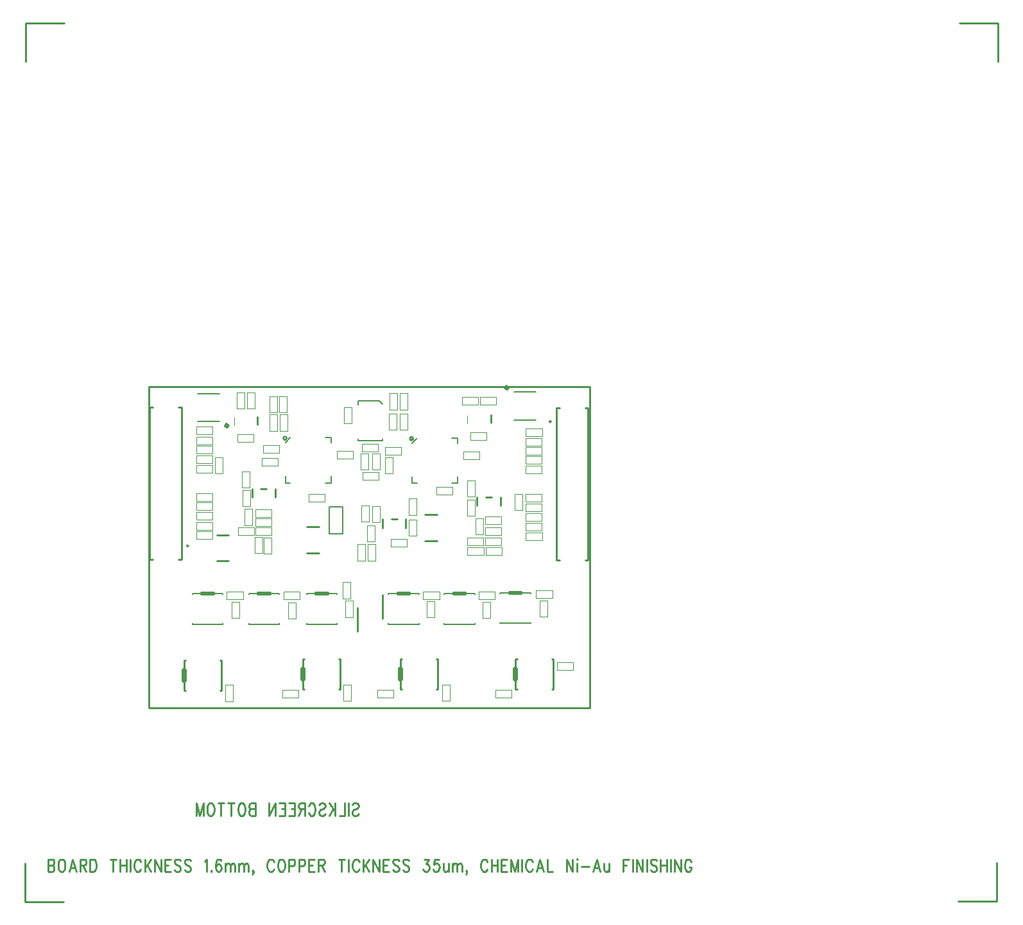
<source format=gbr>
*
*
G04 PADS Layout (Build Number 2007.21.1) generated Gerber (RS-274-X) file*
G04 PC Version=2.1*
*
%IN "2FOC-002.pcb"*%
*
%MOIN*%
*
%FSLAX35Y35*%
*
*
*
*
G04 PC Standard Apertures*
*
*
G04 Thermal Relief Aperture macro.*
%AMTER*
1,1,$1,0,0*
1,0,$1-$2,0,0*
21,0,$3,$4,0,0,45*
21,0,$3,$4,0,0,135*
%
*
*
G04 Annular Aperture macro.*
%AMANN*
1,1,$1,0,0*
1,0,$2,0,0*
%
*
*
G04 Odd Aperture macro.*
%AMODD*
1,1,$1,0,0*
1,0,$1-0.005,0,0*
%
*
*
G04 PC Custom Aperture Macros*
*
*
*
*
*
*
G04 PC Aperture Table*
*
%ADD010C,0.01*%
%ADD011C,0.004*%
%ADD013C,0.006*%
%ADD034C,0.025*%
%ADD070C,0.001*%
%ADD083C,0.00787*%
%ADD087C,0.01969*%
%ADD100C,0.00591*%
%ADD102C,0.0006*%
*
*
*
*
G04 PC Circuitry*
G04 Layer Name 2FOC-002.pcb - circuitry*
%LPD*%
*
*
G04 PC Custom Flashes*
G04 Layer Name 2FOC-002.pcb - flashes*
%LPD*%
*
*
G04 PC Circuitry*
G04 Layer Name 2FOC-002.pcb - circuitry*
%LPD*%
*
G54D10*
G01X1853102Y1562189D02*
X1846803D01*
X1853102Y1548803D02*
X1846803D01*
X1899803Y1566496D02*
X1893504D01*
X1899803Y1553110D02*
X1893504D01*
X1955118Y1559409D02*
X1961417D01*
X1955118Y1572795D02*
X1961417D01*
X1892378Y1482218D02*
X1891678D01*
Y1498018*
X1892378*
X1910378D02*
X1911078D01*
Y1482218*
X1910378*
X2002811D02*
X2002111D01*
Y1498018*
X2002811*
X2020811D02*
X2021511D01*
Y1482218*
X2020811*
X1830567Y1481628D02*
X1829867D01*
Y1497428*
X1830567*
X1848567D02*
X1849267D01*
Y1481628*
X1848567*
X1942969Y1482218D02*
X1942269D01*
Y1498018*
X1942969*
X1960969D02*
X1961669D01*
Y1482218*
X1960969*
X1883119Y1612559D02*
G75*
G03X1883119I-836J0D01*
G01X1948867Y1612362D02*
G03X1948867I-836J0D01*
G01X1868106Y1623524D02*
Y1619508D01*
X1989232Y1624598D02*
Y1620583D01*
X1933071Y1531260D02*
Y1519055D01*
X1920079Y1512362D02*
Y1524567D01*
X1945076Y1570468D02*
Y1566068D01*
X1940476Y1570468D02*
X1937476D01*
X1932876D02*
Y1566068D01*
X1877360Y1586216D02*
Y1581816D01*
X1872760Y1586216D02*
X1869760D01*
X1865160D02*
Y1581816D01*
X1994289Y1581885D02*
Y1577485D01*
X1989689Y1581885D02*
X1986689D01*
X1982089D02*
Y1577485D01*
X1832087Y1556654D02*
G03X1832087I-394J0D01*
G01X1813583Y1549567D02*
X1812008D01*
Y1628701*
X1813583*
X1826969D02*
X1828543D01*
Y1549567*
X1826969*
X2020472Y1621220D02*
G03X2020472I-393J0D01*
G01X2038189Y1628307D02*
X2039764D01*
Y1549173*
X2038189*
X2024803D02*
X2023228D01*
Y1628307*
X2024803*
X1917291Y1422318D02*
X1917745Y1422943D01*
X1918427Y1423255*
X1919336*
X1920018Y1422943*
X1920472Y1422318*
Y1421693*
X1920245Y1421068*
X1920018Y1420755*
X1919563Y1420443*
X1918200Y1419818*
X1917745Y1419505*
X1917518Y1419193*
X1917291Y1418568*
Y1417630*
X1917745Y1417005*
X1918427Y1416693*
X1919336*
X1920018Y1417005*
X1920472Y1417630*
X1915245Y1423255D02*
Y1416693D01*
X1913200Y1423255D02*
Y1416693D01*
X1910472*
X1908427Y1423255D02*
Y1416693D01*
X1905245Y1423255D02*
X1908427Y1418880D01*
X1907291Y1420443D02*
X1905245Y1416693D01*
X1900018Y1422318D02*
X1900472Y1422943D01*
X1901154Y1423255*
X1902063*
X1902745Y1422943*
X1903200Y1422318*
Y1421693*
X1902972Y1421068*
X1902745Y1420755*
X1902291Y1420443*
X1900927Y1419818*
X1900472Y1419505*
X1900245Y1419193*
X1900018Y1418568*
Y1417630*
X1900472Y1417005*
X1901154Y1416693*
X1902063*
X1902745Y1417005*
X1903200Y1417630*
X1894563Y1421693D02*
X1894791Y1422318D01*
X1895245Y1422943*
X1895700Y1423255*
X1896609*
X1897063Y1422943*
X1897518Y1422318*
X1897745Y1421693*
X1897972Y1420755*
Y1419193*
X1897745Y1418255*
X1897518Y1417630*
X1897063Y1417005*
X1896609Y1416693*
X1895700*
X1895245Y1417005*
X1894791Y1417630*
X1894563Y1418255*
X1892518Y1423255D02*
Y1416693D01*
Y1423255D02*
X1890472D01*
X1889791Y1422943*
X1889563Y1422630*
X1889336Y1422005*
Y1421380*
X1889563Y1420755*
X1889791Y1420443*
X1890472Y1420130*
X1892518*
X1890927D02*
X1889336Y1416693D01*
X1887291Y1423255D02*
Y1416693D01*
Y1423255D02*
X1884336D01*
X1887291Y1420130D02*
X1885472D01*
X1887291Y1416693D02*
X1884336D01*
X1882291Y1423255D02*
Y1416693D01*
Y1423255D02*
X1879336D01*
X1882291Y1420130D02*
X1880472D01*
X1882291Y1416693D02*
X1879336D01*
X1877291Y1423255D02*
Y1416693D01*
Y1423255D02*
X1874109Y1416693D01*
Y1423255D02*
Y1416693D01*
X1866836Y1423255D02*
Y1416693D01*
Y1423255D02*
X1864791D01*
X1864109Y1422943*
X1863882Y1422630*
X1863654Y1422005*
Y1421380*
X1863882Y1420755*
X1864109Y1420443*
X1864791Y1420130*
X1866836D02*
X1864791D01*
X1864109Y1419818*
X1863882Y1419505*
X1863654Y1418880*
Y1417943*
X1863882Y1417318*
X1864109Y1417005*
X1864791Y1416693*
X1866836*
X1860245Y1423255D02*
X1860700Y1422943D01*
X1861154Y1422318*
X1861382Y1421693*
X1861609Y1420755*
Y1419193*
X1861382Y1418255*
X1861154Y1417630*
X1860700Y1417005*
X1860245Y1416693*
X1859336*
X1858882Y1417005*
X1858427Y1417630*
X1858200Y1418255*
X1857972Y1419193*
Y1420755*
X1858200Y1421693*
X1858427Y1422318*
X1858882Y1422943*
X1859336Y1423255*
X1860245*
X1854336D02*
Y1416693D01*
X1855927Y1423255D02*
X1852745D01*
X1849109D02*
Y1416693D01*
X1850700Y1423255D02*
X1847518D01*
X1844109D02*
X1844563Y1422943D01*
X1845018Y1422318*
X1845245Y1421693*
X1845472Y1420755*
Y1419193*
X1845245Y1418255*
X1845018Y1417630*
X1844563Y1417005*
X1844109Y1416693*
X1843200*
X1842745Y1417005*
X1842291Y1417630*
X1842063Y1418255*
X1841836Y1419193*
Y1420755*
X1842063Y1421693*
X1842291Y1422318*
X1842745Y1422943*
X1843200Y1423255*
X1844109*
X1839791D02*
Y1416693D01*
Y1423255D02*
X1837972Y1416693D01*
X1836154Y1423255D02*
X1837972Y1416693D01*
X1836154Y1423255D02*
Y1416693D01*
X1759252Y1394122D02*
Y1387559D01*
Y1394122D02*
X1761297D01*
X1761979Y1393809*
X1762207Y1393497*
X1762434Y1392872*
Y1392247*
X1762207Y1391622*
X1761979Y1391309*
X1761297Y1390997*
X1759252D02*
X1761297D01*
X1761979Y1390684*
X1762207Y1390372*
X1762434Y1389747*
Y1388809*
X1762207Y1388184*
X1761979Y1387872*
X1761297Y1387559*
X1759252*
X1765843Y1394122D02*
X1765388Y1393809D01*
X1764934Y1393184*
X1764707Y1392559*
X1764479Y1391622*
Y1390059*
X1764707Y1389122*
X1764934Y1388497*
X1765388Y1387872*
X1765843Y1387559*
X1766752*
X1767207Y1387872*
X1767661Y1388497*
X1767888Y1389122*
X1768116Y1390059*
Y1391622*
X1767888Y1392559*
X1767661Y1393184*
X1767207Y1393809*
X1766752Y1394122*
X1765843*
X1771979D02*
X1770161Y1387559D01*
X1771979Y1394122D02*
X1773797Y1387559D01*
X1770843Y1389747D02*
X1773116D01*
X1775843Y1394122D02*
Y1387559D01*
Y1394122D02*
X1777888D01*
X1778570Y1393809*
X1778797Y1393497*
X1779025Y1392872*
Y1392247*
X1778797Y1391622*
X1778570Y1391309*
X1777888Y1390997*
X1775843*
X1777434D02*
X1779025Y1387559D01*
X1781070Y1394122D02*
Y1387559D01*
Y1394122D02*
X1782661D01*
X1783343Y1393809*
X1783797Y1393184*
X1784025Y1392559*
X1784252Y1391622*
Y1390059*
X1784025Y1389122*
X1783797Y1388497*
X1783343Y1387872*
X1782661Y1387559*
X1781070*
X1793116Y1394122D02*
Y1387559D01*
X1791525Y1394122D02*
X1794707D01*
X1796752D02*
Y1387559D01*
X1799934Y1394122D02*
Y1387559D01*
X1796752Y1390997D02*
X1799934D01*
X1801979Y1394122D02*
Y1387559D01*
X1807434Y1392559D02*
X1807207Y1393184D01*
X1806752Y1393809*
X1806297Y1394122*
X1805388*
X1804934Y1393809*
X1804479Y1393184*
X1804252Y1392559*
X1804025Y1391622*
Y1390059*
X1804252Y1389122*
X1804479Y1388497*
X1804934Y1387872*
X1805388Y1387559*
X1806297*
X1806752Y1387872*
X1807207Y1388497*
X1807434Y1389122*
X1809479Y1394122D02*
Y1387559D01*
X1812661Y1394122D02*
X1809479Y1389747D01*
X1810616Y1391309D02*
X1812661Y1387559D01*
X1814707Y1394122D02*
Y1387559D01*
Y1394122D02*
X1817888Y1387559D01*
Y1394122D02*
Y1387559D01*
X1819934Y1394122D02*
Y1387559D01*
Y1394122D02*
X1822888D01*
X1819934Y1390997D02*
X1821752D01*
X1819934Y1387559D02*
X1822888D01*
X1828116Y1393184D02*
X1827661Y1393809D01*
X1826979Y1394122*
X1826070*
X1825388Y1393809*
X1824934Y1393184*
Y1392559*
X1825161Y1391934*
X1825388Y1391622*
X1825843Y1391309*
X1827207Y1390684*
X1827661Y1390372*
X1827888Y1390059*
X1828116Y1389434*
Y1388497*
X1827661Y1387872*
X1826979Y1387559*
X1826070*
X1825388Y1387872*
X1824934Y1388497*
X1833343Y1393184D02*
X1832888Y1393809D01*
X1832207Y1394122*
X1831297*
X1830616Y1393809*
X1830161Y1393184*
Y1392559*
X1830388Y1391934*
X1830616Y1391622*
X1831070Y1391309*
X1832434Y1390684*
X1832888Y1390372*
X1833116Y1390059*
X1833343Y1389434*
Y1388497*
X1832888Y1387872*
X1832207Y1387559*
X1831297*
X1830616Y1387872*
X1830161Y1388497*
X1840616Y1392872D02*
X1841070Y1393184D01*
X1841752Y1394122*
Y1387559*
X1844025Y1388184D02*
X1843797Y1387872D01*
X1844025Y1387559*
X1844252Y1387872*
X1844025Y1388184*
X1849025Y1393184D02*
X1848797Y1393809D01*
X1848116Y1394122*
X1847661*
X1846979Y1393809*
X1846525Y1392872*
X1846297Y1391309*
Y1389747*
X1846525Y1388497*
X1846979Y1387872*
X1847661Y1387559*
X1847888*
X1848570Y1387872*
X1849025Y1388497*
X1849252Y1389434*
Y1389747*
X1849025Y1390684*
X1848570Y1391309*
X1847888Y1391622*
X1847661*
X1846979Y1391309*
X1846525Y1390684*
X1846297Y1389747*
X1851297Y1391934D02*
Y1387559D01*
Y1390684D02*
X1851979Y1391622D01*
X1852434Y1391934*
X1853116*
X1853570Y1391622*
X1853797Y1390684*
Y1387559*
Y1390684D02*
X1854479Y1391622D01*
X1854934Y1391934*
X1855616*
X1856070Y1391622*
X1856297Y1390684*
Y1387559*
X1858343Y1391934D02*
Y1387559D01*
Y1390684D02*
X1859025Y1391622D01*
X1859479Y1391934*
X1860161*
X1860616Y1391622*
X1860843Y1390684*
Y1387559*
Y1390684D02*
X1861525Y1391622D01*
X1861979Y1391934*
X1862661*
X1863116Y1391622*
X1863343Y1390684*
Y1387559*
X1865843Y1387872D02*
X1865616Y1387559D01*
X1865388Y1387872*
X1865616Y1388184*
X1865843Y1387872*
Y1387247*
X1865616Y1386622*
X1865388Y1386309*
X1876525Y1392559D02*
X1876297Y1393184D01*
X1875843Y1393809*
X1875388Y1394122*
X1874479*
X1874025Y1393809*
X1873570Y1393184*
X1873343Y1392559*
X1873116Y1391622*
Y1390059*
X1873343Y1389122*
X1873570Y1388497*
X1874025Y1387872*
X1874479Y1387559*
X1875388*
X1875843Y1387872*
X1876297Y1388497*
X1876525Y1389122*
X1879934Y1394122D02*
X1879479Y1393809D01*
X1879025Y1393184*
X1878797Y1392559*
X1878570Y1391622*
Y1390059*
X1878797Y1389122*
X1879025Y1388497*
X1879479Y1387872*
X1879934Y1387559*
X1880843*
X1881297Y1387872*
X1881752Y1388497*
X1881979Y1389122*
X1882207Y1390059*
Y1391622*
X1881979Y1392559*
X1881752Y1393184*
X1881297Y1393809*
X1880843Y1394122*
X1879934*
X1884252D02*
Y1387559D01*
Y1394122D02*
X1886297D01*
X1886979Y1393809*
X1887207Y1393497*
X1887434Y1392872*
Y1391934*
X1887207Y1391309*
X1886979Y1390997*
X1886297Y1390684*
X1884252*
X1889479Y1394122D02*
Y1387559D01*
Y1394122D02*
X1891525D01*
X1892207Y1393809*
X1892434Y1393497*
X1892661Y1392872*
Y1391934*
X1892434Y1391309*
X1892207Y1390997*
X1891525Y1390684*
X1889479*
X1894707Y1394122D02*
Y1387559D01*
Y1394122D02*
X1897661D01*
X1894707Y1390997D02*
X1896525D01*
X1894707Y1387559D02*
X1897661D01*
X1899707Y1394122D02*
Y1387559D01*
Y1394122D02*
X1901752D01*
X1902434Y1393809*
X1902661Y1393497*
X1902888Y1392872*
Y1392247*
X1902661Y1391622*
X1902434Y1391309*
X1901752Y1390997*
X1899707*
X1901297D02*
X1902888Y1387559D01*
X1911752Y1394122D02*
Y1387559D01*
X1910161Y1394122D02*
X1913343D01*
X1915388D02*
Y1387559D01*
X1920843Y1392559D02*
X1920616Y1393184D01*
X1920161Y1393809*
X1919707Y1394122*
X1918797*
X1918343Y1393809*
X1917888Y1393184*
X1917661Y1392559*
X1917434Y1391622*
Y1390059*
X1917661Y1389122*
X1917888Y1388497*
X1918343Y1387872*
X1918797Y1387559*
X1919707*
X1920161Y1387872*
X1920616Y1388497*
X1920843Y1389122*
X1922888Y1394122D02*
Y1387559D01*
X1926070Y1394122D02*
X1922888Y1389747D01*
X1924025Y1391309D02*
X1926070Y1387559D01*
X1928116Y1394122D02*
Y1387559D01*
Y1394122D02*
X1931297Y1387559D01*
Y1394122D02*
Y1387559D01*
X1933343Y1394122D02*
Y1387559D01*
Y1394122D02*
X1936297D01*
X1933343Y1390997D02*
X1935161D01*
X1933343Y1387559D02*
X1936297D01*
X1941525Y1393184D02*
X1941070Y1393809D01*
X1940388Y1394122*
X1939479*
X1938797Y1393809*
X1938343Y1393184*
Y1392559*
X1938570Y1391934*
X1938797Y1391622*
X1939252Y1391309*
X1940616Y1390684*
X1941070Y1390372*
X1941297Y1390059*
X1941525Y1389434*
Y1388497*
X1941070Y1387872*
X1940388Y1387559*
X1939479*
X1938797Y1387872*
X1938343Y1388497*
X1946752Y1393184D02*
X1946297Y1393809D01*
X1945616Y1394122*
X1944707*
X1944025Y1393809*
X1943570Y1393184*
Y1392559*
X1943797Y1391934*
X1944025Y1391622*
X1944479Y1391309*
X1945843Y1390684*
X1946297Y1390372*
X1946525Y1390059*
X1946752Y1389434*
Y1388497*
X1946297Y1387872*
X1945616Y1387559*
X1944707*
X1944025Y1387872*
X1943570Y1388497*
X1954479Y1394122D02*
X1956979D01*
X1955616Y1391622*
X1956297*
X1956752Y1391309*
X1956979Y1390997*
X1957207Y1390059*
Y1389434*
X1956979Y1388497*
X1956525Y1387872*
X1955843Y1387559*
X1955161*
X1954479Y1387872*
X1954252Y1388184*
X1954025Y1388809*
X1962207Y1394122D02*
X1959934D01*
X1959707Y1391309*
X1959934Y1391622*
X1960616Y1391934*
X1961297*
X1961979Y1391622*
X1962434Y1390997*
X1962661Y1390059*
X1962434Y1389434*
X1962207Y1388497*
X1961752Y1387872*
X1961070Y1387559*
X1960388*
X1959707Y1387872*
X1959479Y1388184*
X1959252Y1388809*
X1964707Y1391934D02*
Y1388809D01*
X1964934Y1387872*
X1965388Y1387559*
X1966070*
X1966525Y1387872*
X1967207Y1388809*
Y1391934D02*
Y1387559D01*
X1969252Y1391934D02*
Y1387559D01*
Y1390684D02*
X1969934Y1391622D01*
X1970388Y1391934*
X1971070*
X1971525Y1391622*
X1971752Y1390684*
Y1387559*
Y1390684D02*
X1972434Y1391622D01*
X1972888Y1391934*
X1973570*
X1974025Y1391622*
X1974252Y1390684*
Y1387559*
X1976752Y1387872D02*
X1976525Y1387559D01*
X1976297Y1387872*
X1976525Y1388184*
X1976752Y1387872*
Y1387247*
X1976525Y1386622*
X1976297Y1386309*
X1987434Y1392559D02*
X1987207Y1393184D01*
X1986752Y1393809*
X1986297Y1394122*
X1985388*
X1984934Y1393809*
X1984479Y1393184*
X1984252Y1392559*
X1984025Y1391622*
Y1390059*
X1984252Y1389122*
X1984479Y1388497*
X1984934Y1387872*
X1985388Y1387559*
X1986297*
X1986752Y1387872*
X1987207Y1388497*
X1987434Y1389122*
X1989479Y1394122D02*
Y1387559D01*
X1992661Y1394122D02*
Y1387559D01*
X1989479Y1390997D02*
X1992661D01*
X1994707Y1394122D02*
Y1387559D01*
Y1394122D02*
X1997661D01*
X1994707Y1390997D02*
X1996525D01*
X1994707Y1387559D02*
X1997661D01*
X1999707Y1394122D02*
Y1387559D01*
Y1394122D02*
X2001525Y1387559D01*
X2003343Y1394122D02*
X2001525Y1387559D01*
X2003343Y1394122D02*
Y1387559D01*
X2005388Y1394122D02*
Y1387559D01*
X2010843Y1392559D02*
X2010616Y1393184D01*
X2010161Y1393809*
X2009707Y1394122*
X2008797*
X2008343Y1393809*
X2007888Y1393184*
X2007661Y1392559*
X2007434Y1391622*
Y1390059*
X2007661Y1389122*
X2007888Y1388497*
X2008343Y1387872*
X2008797Y1387559*
X2009707*
X2010161Y1387872*
X2010616Y1388497*
X2010843Y1389122*
X2014707Y1394122D02*
X2012888Y1387559D01*
X2014707Y1394122D02*
X2016525Y1387559D01*
X2013570Y1389747D02*
X2015843D01*
X2018570Y1394122D02*
Y1387559D01*
X2021297*
X2028570Y1394122D02*
Y1387559D01*
Y1394122D02*
X2031752Y1387559D01*
Y1394122D02*
Y1387559D01*
X2033797Y1394122D02*
X2034025Y1393809D01*
X2034252Y1394122*
X2034025Y1394434*
X2033797Y1394122*
X2034025Y1391934D02*
Y1387559D01*
X2036297Y1390372D02*
X2040388D01*
X2044252Y1394122D02*
X2042434Y1387559D01*
X2044252Y1394122D02*
X2046070Y1387559D01*
X2043116Y1389747D02*
X2045388D01*
X2048116Y1391934D02*
Y1388809D01*
X2048343Y1387872*
X2048797Y1387559*
X2049479*
X2049934Y1387872*
X2050616Y1388809*
Y1391934D02*
Y1387559D01*
X2057888Y1394122D02*
Y1387559D01*
Y1394122D02*
X2060843D01*
X2057888Y1390997D02*
X2059707D01*
X2062888Y1394122D02*
Y1387559D01*
X2064934Y1394122D02*
Y1387559D01*
Y1394122D02*
X2068116Y1387559D01*
Y1394122D02*
Y1387559D01*
X2070161Y1394122D02*
Y1387559D01*
X2075388Y1393184D02*
X2074934Y1393809D01*
X2074252Y1394122*
X2073343*
X2072661Y1393809*
X2072207Y1393184*
Y1392559*
X2072434Y1391934*
X2072661Y1391622*
X2073116Y1391309*
X2074479Y1390684*
X2074934Y1390372*
X2075161Y1390059*
X2075388Y1389434*
Y1388497*
X2074934Y1387872*
X2074252Y1387559*
X2073343*
X2072661Y1387872*
X2072207Y1388497*
X2077434Y1394122D02*
Y1387559D01*
X2080616Y1394122D02*
Y1387559D01*
X2077434Y1390997D02*
X2080616D01*
X2082661Y1394122D02*
Y1387559D01*
X2084707Y1394122D02*
Y1387559D01*
Y1394122D02*
X2087888Y1387559D01*
Y1394122D02*
Y1387559D01*
X2093343Y1392559D02*
X2093116Y1393184D01*
X2092661Y1393809*
X2092207Y1394122*
X2091297*
X2090843Y1393809*
X2090388Y1393184*
X2090161Y1392559*
X2089934Y1391622*
Y1390059*
X2090161Y1389122*
X2090388Y1388497*
X2090843Y1387872*
X2091297Y1387559*
X2092207*
X2092661Y1387872*
X2093116Y1388497*
X2093343Y1389122*
Y1390059*
X2092207D02*
X2093343D01*
X1811638Y1472618D02*
X2040748D01*
Y1639331*
X1811638*
Y1472618*
X1767520Y1828110D02*
X1747520D01*
Y1808110*
X1747441Y1391890D02*
Y1371890D01*
X1767441*
X2232087Y1372205D02*
X2252087D01*
Y1392205*
X2252559Y1808031D02*
Y1828031D01*
X2232559*
G54D11*
X1866567Y1628044D02*
X1862567D01*
Y1636444*
X1866567*
Y1628044*
X1861449D02*
X1857449D01*
Y1636444*
X1861449*
Y1628044*
X1983595Y1629850D02*
Y1633850D01*
X1991995*
Y1629850*
X1983595*
X1982546Y1634047D02*
Y1630047D01*
X1974146*
Y1634047*
X1982546*
X1927528Y1604554D02*
X1931528D01*
Y1596154*
X1927528*
Y1604554*
X1921622D02*
X1925622D01*
Y1596154*
X1921622*
Y1604554*
X1844554Y1583850D02*
Y1579850D01*
X1836154*
Y1583850*
X1844554*
X1836351Y1614496D02*
Y1618496D01*
X1844751*
Y1614496*
X1836351*
X2015814Y1563772D02*
Y1559772D01*
X2007414*
Y1563772*
X2015814*
X1836154Y1560362D02*
Y1564362D01*
X1844554*
Y1560362*
X1836154*
X2015814Y1617709D02*
Y1613709D01*
X2007414*
Y1617709*
X2015814*
X1849835Y1594186D02*
X1845835D01*
Y1602586*
X1849835*
Y1594186*
X2001740Y1583688D02*
X2005740D01*
Y1575288*
X2001740*
Y1583688*
X1844554Y1579126D02*
Y1575126D01*
X1836154*
Y1579126*
X1844554*
X1844751Y1574205D02*
Y1570205D01*
X1836351*
Y1574205*
X1844751*
X1875425Y1552650D02*
X1871425D01*
Y1561050*
X1875425*
Y1552650*
X1875263Y1571055D02*
Y1567055D01*
X1866863*
Y1571055*
X1875263*
Y1575780D02*
Y1571780D01*
X1866863*
Y1575780*
X1875263*
X1857808Y1562331D02*
Y1566331D01*
X1866208*
Y1562331*
X1857808*
X1870504Y1552847D02*
X1866504D01*
Y1561247*
X1870504*
Y1552847*
X1865386Y1567414D02*
X1861386D01*
Y1575814*
X1865386*
Y1567414*
X1864008Y1586902D02*
X1860008D01*
Y1595302*
X1864008*
Y1586902*
X1883496Y1616430D02*
X1879496D01*
Y1624830*
X1883496*
Y1616430*
X1883299Y1625879D02*
X1879299D01*
Y1634279*
X1883299*
Y1625879*
X1878181Y1616430D02*
X1874181D01*
Y1624830*
X1878181*
Y1616430*
Y1625879D02*
X1874181D01*
Y1634279*
X1878181*
Y1625879*
X1940386Y1617020D02*
X1936386D01*
Y1625420*
X1940386*
Y1617020*
X1940583Y1627454D02*
X1936583D01*
Y1635854*
X1940583*
Y1627454*
X1945898Y1617020D02*
X1941898D01*
Y1625420*
X1945898*
Y1617020*
Y1627454D02*
X1941898D01*
Y1635854*
X1945898*
Y1627454*
X1986548Y1551898D02*
Y1555898D01*
X1994948*
Y1551898*
X1986548*
X1994751Y1566331D02*
Y1562331D01*
X1986351*
Y1566331*
X1994751*
Y1571843D02*
Y1567843D01*
X1986351*
Y1571843*
X1994751*
X1976902Y1557016D02*
Y1561016D01*
X1985302*
Y1557016*
X1976902*
X1977099Y1551898D02*
Y1555898D01*
X1985499*
Y1551898*
X1977099*
X1985268Y1562690D02*
X1981268D01*
Y1571090*
X1985268*
Y1562690*
X1980937Y1582375D02*
X1976937D01*
Y1590775*
X1980937*
Y1582375*
X1946622Y1570302D02*
X1950622D01*
Y1561902*
X1946622*
Y1570302*
Y1581129D02*
X1950622D01*
Y1572729*
X1946622*
Y1581129*
X1928969Y1558950D02*
X1924969D01*
Y1567350*
X1928969*
Y1558950*
X1926016Y1569186D02*
X1922016D01*
Y1577586*
X1926016*
Y1569186*
X1929165Y1549107D02*
X1925165D01*
Y1557507*
X1929165*
Y1549107*
X1924047D02*
X1920047D01*
Y1557507*
X1924047*
Y1549107*
X1844751Y1598614D02*
Y1594614D01*
X1836351*
Y1598614*
X1844751*
Y1603535D02*
Y1599535D01*
X1836351*
Y1603535*
X1844751*
Y1608457D02*
Y1604457D01*
X1836351*
Y1608457*
X1844751*
Y1613378D02*
Y1609378D01*
X1836351*
Y1613378*
X1844751*
X2007217Y1608787D02*
Y1612787D01*
X2015617*
Y1608787*
X2007217*
Y1594417D02*
Y1598417D01*
X2015617*
Y1594417*
X2007217*
Y1599142D02*
Y1603142D01*
X2015617*
Y1599142*
X2007217*
Y1579457D02*
Y1583457D01*
X2015617*
Y1579457*
X2007217*
Y1574535D02*
Y1578535D01*
X2015617*
Y1574535*
X2007217*
Y1569614D02*
Y1573614D01*
X2015617*
Y1569614*
X2007217*
Y1564693D02*
Y1568693D01*
X2015617*
Y1564693*
X2007217*
Y1603866D02*
Y1607866D01*
X2015617*
Y1603866*
X2007217*
X1844554Y1569087D02*
Y1565087D01*
X1836154*
Y1569087*
X1844554*
X1870800Y1604850D02*
Y1608850D01*
X1879200*
Y1604850*
X1870800*
X1934383Y1604063D02*
Y1608063D01*
X1942783*
Y1604063*
X1934383*
X1860511Y1532795D02*
Y1528795D01*
X1852111*
Y1532795*
X1860511*
X1991405Y1532866D02*
Y1528866D01*
X1983005*
Y1532866*
X1991405*
X2021129Y1533654D02*
Y1529654D01*
X2012729*
Y1533654*
X2021129*
X1986351Y1557016D02*
Y1561016D01*
X1994751*
Y1557016*
X1986351*
X1890011Y1532795D02*
Y1528795D01*
X1881611*
Y1532795*
X1890011*
X1881036Y1478079D02*
Y1482079D01*
X1889436*
Y1478079*
X1881036*
X1927528Y1577389D02*
X1931528D01*
Y1568989*
X1927528*
Y1577389*
X1930249Y1478079D02*
Y1482079D01*
X1938649*
Y1478079*
X1930249*
X2023556Y1492252D02*
Y1496252D01*
X2031956*
Y1492252*
X2023556*
X1967945Y1476272D02*
X1963945D01*
Y1484672*
X1967945*
Y1476272*
X1855346Y1476076D02*
X1851346D01*
Y1484476*
X1855346*
Y1476076*
X1916764Y1476272D02*
X1912764D01*
Y1484672*
X1916764*
Y1476272*
X1912173Y1537822D02*
X1916173D01*
Y1529422*
X1912173*
Y1537822*
X1916961Y1620367D02*
X1912961D01*
Y1628767*
X1916961*
Y1620367*
X1865885Y1614476D02*
Y1610476D01*
X1857485*
Y1614476*
X1865885*
X1987011Y1615551D02*
Y1611551D01*
X1978611*
Y1615551*
X1987011*
X1917586Y1605898D02*
Y1601898D01*
X1909186*
Y1605898*
X1917586*
X1870209Y1598157D02*
Y1602157D01*
X1878609*
Y1598157*
X1870209*
X1930775Y1609638D02*
Y1605638D01*
X1922375*
Y1609638*
X1930775*
X1930972Y1595071D02*
Y1591071D01*
X1922572*
Y1595071*
X1930972*
X1903019Y1583457D02*
Y1579457D01*
X1894619*
Y1583457*
X1903019*
X1969357Y1587197D02*
Y1583197D01*
X1960957*
Y1587197*
X1969357*
X1983334Y1605701D02*
Y1601701D01*
X1974934*
Y1605701*
X1983334*
X1938417Y1594186D02*
X1934417D01*
Y1602586*
X1938417*
Y1594186*
X1945735Y1560425D02*
Y1556425D01*
X1937335*
Y1560425*
X1945735*
X1991469Y1478079D02*
Y1482079D01*
X1999869*
Y1478079*
X1991469*
X1980937Y1572139D02*
X1976937D01*
Y1580539*
X1980937*
Y1572139*
X1864205Y1577257D02*
X1860205D01*
Y1585657*
X1864205*
Y1577257*
X1866863Y1562331D02*
Y1566331D01*
X1875263*
Y1562331*
X1866863*
X1962511Y1532795D02*
Y1528795D01*
X1954111*
Y1532795*
X1962511*
X1854693Y1527586D02*
X1858693D01*
Y1519186*
X1854693*
Y1527586*
X1884024Y1527389D02*
X1888024D01*
Y1518989*
X1884024*
Y1527389*
X1913551Y1528176D02*
X1917551D01*
Y1519776*
X1913551*
Y1528176*
X1956071Y1527980D02*
X1960071D01*
Y1519580*
X1956071*
Y1527980*
X1985008Y1527783D02*
X1989008D01*
Y1519383*
X1985008*
Y1527783*
X2014732Y1528373D02*
X2018732D01*
Y1519973*
X2014732*
Y1528373*
G54D13*
X1912358Y1563039D02*
X1905358D01*
Y1577039*
X1912358*
Y1563039*
G54D34*
X1891678Y1487618D02*
Y1492618D01*
X2002111Y1487618D02*
Y1492618D01*
X1829867Y1487028D02*
Y1492028D01*
X1942269Y1487618D02*
Y1492618D01*
G54D70*
G54D83*
X1920276Y1612441D02*
Y1611296D01*
X1932787Y1611312*
Y1612441*
X1932913Y1630197D02*
X1931220Y1631890D01*
X1920197*
Y1630079*
X1848228Y1635787D02*
X1836811D01*
Y1621220D02*
X1848228D01*
X2001181Y1622008D02*
X2012598D01*
Y1636575D02*
X2001181D01*
G54D87*
X1839000Y1531870D02*
X1845299D01*
X1868287D02*
X1874587D01*
X1898287D02*
X1904587D01*
X1940787D02*
X1947087D01*
X1969787D02*
X1976087D01*
X1998787Y1532370D02*
X2005087D01*
X1852525Y1619055D02*
G03X1852525I-556J0D01*
G01X1997998Y1638740D02*
G03X1997998I-557J0D01*
G54D100*
G01X1834276Y1531476D02*
Y1531870D01*
X1850024*
Y1531476*
X1834276Y1516516D02*
Y1516122D01*
X1850024*
Y1516516*
X1863563Y1531476D02*
Y1531870D01*
X1879311*
Y1531476*
X1863563Y1516516D02*
Y1516122D01*
X1879311*
Y1516516*
X1893563Y1531476D02*
Y1531870D01*
X1909311*
Y1531476*
X1893563Y1516516D02*
Y1516122D01*
X1909311*
Y1516516*
X1936063Y1531476D02*
Y1531870D01*
X1951811*
Y1531476*
X1936063Y1516516D02*
Y1516122D01*
X1951811*
Y1516516*
X1965063Y1531476D02*
Y1531870D01*
X1980811*
Y1531476*
X1965063Y1516516D02*
Y1516122D01*
X1980811*
Y1516516*
X1994063Y1531976D02*
Y1532370D01*
X2009811*
Y1531976*
X1994063Y1517016D02*
Y1516622D01*
X2009811*
Y1517016*
X1885039Y1612953D02*
X1882677Y1610197D01*
Y1592874D02*
Y1589331D01*
X1885039*
X1903150D02*
X1906299D01*
Y1592874*
X1903150Y1612953D02*
X1906299D01*
Y1610197*
X1950787Y1612756D02*
X1948425Y1610000D01*
Y1592677D02*
Y1589134D01*
X1950787*
X1968898D02*
X1972047D01*
Y1592677*
X1968898Y1612756D02*
X1972047D01*
Y1610000*
G54D102*
X1855902Y1623130D02*
Y1619232D01*
X1977028Y1624205D02*
Y1620307D01*
G74*
X0Y0D02*
M02*

</source>
